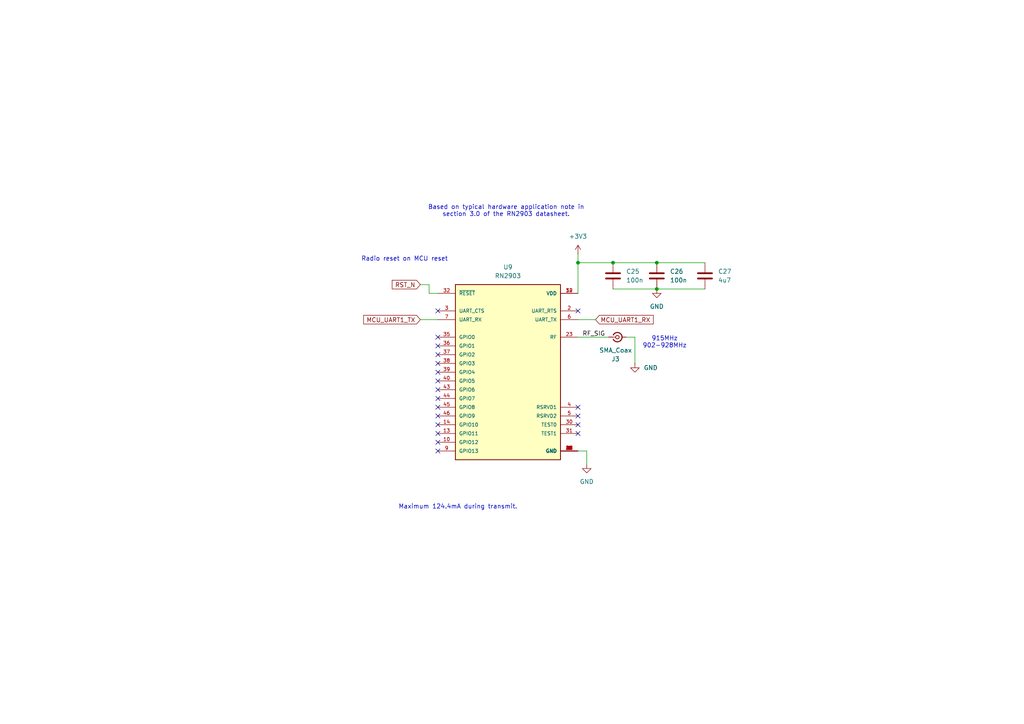
<source format=kicad_sch>
(kicad_sch (version 20231120) (generator "eeschema") (generator_version "8.0")
  (paper "A4")
  (title_block (title "Pygmy") (date "2024-11-10") (rev "A") (company "Matteo Golin"))
  (lib_symbols
    (symbol "Connector:Conn_Coaxial_Small" (pin_numbers hide) (pin_names (offset 1.016) hide)
      (property "Reference" "J" (at 0.254 3.048 0))
      (property "Value" "Conn_Coaxial_Small" (at 0 -3.81 0))
      (symbol "Conn_Coaxial_Small_0_1"
        (polyline (pts (xy -2.54 0) (xy -0.508 0)))
        (circle (center 0 0) (radius 0.508) (stroke (width 0.2032)))
      )
      (symbol "Conn_Coaxial_Small_1_1"
        (arc (start -1.1916 -0.6311) (mid 0.327 -1.3081) (end 1.3484 0.0039) (stroke (width 0.3048)))
        (arc (start 1.3484 -0.0039) (mid 0.327 1.3081) (end -1.1916 0.6311) (stroke (width 0.3048)))
        (pin passive line (at -2.54 0 0) (length 1.27) (name "In") (number "1"))
        (pin passive line (at 2.54 0 180) (length 1.27) (name "Ext") (number "2"))
      )
    )
    (symbol "Device:C" (pin_numbers hide) (pin_names (offset 0.254))
      (property "Reference" "C" (at 0.635 2.54 0))
      (property "Value" "C" (at 0.635 -2.54 0))
      (symbol "C_0_1"
        (polyline (pts (xy -2.032 -0.762) (xy 2.032 -0.762)) (stroke (width 0.508)))
        (polyline (pts (xy -2.032 0.762) (xy 2.032 0.762)) (stroke (width 0.508)))
      )
      (symbol "C_1_1"
        (pin passive line (at 0 3.81 270) (length 2.794) (name "~") (number "1"))
        (pin passive line (at 0 -3.81 90) (length 2.794) (name "~") (number "2"))
      )
    )
    (symbol "RN2903:RN2903-I_RM095" (pin_names (offset 1.016))
      (property "Reference" "U" (at -15.2553 25.4255 0))
      (property "Value" "RN2903-I_RM095" (at -15.2448 -27.9488 0))
      (symbol "RN2903-I_RM095_0_0"
        (rectangle (start -15.24 -25.4) (end 15.24 25.4) (stroke (width 0.254)) (fill (type background)))
        (pin power_in line (at 20.32 -22.86 180) (length 5.08) (name "GND") (number "1"))
        (pin bidirectional line (at -20.32 -20.32 0) (length 5.08) (name "GPIO12") (number "10"))
        (pin power_in line (at 20.32 -22.86 180) (length 5.08) (name "GND") (number "11"))
        (pin power_in line (at 20.32 22.86 180) (length 5.08) (name "VDD") (number "12"))
        (pin bidirectional line (at -20.32 -17.78 0) (length 5.08) (name "GPIO11") (number "13"))
        (pin bidirectional line (at -20.32 -15.24 0) (length 5.08) (name "GPIO10") (number "14"))
        (pin output line (at 20.32 17.78 180) (length 5.08) (name "UART_RTS") (number "2"))
        (pin power_in line (at 20.32 -22.86 180) (length 5.08) (name "GND") (number "20"))
        (pin power_in line (at 20.32 -22.86 180) (length 5.08) (name "GND") (number "21"))
        (pin power_in line (at 20.32 -22.86 180) (length 5.08) (name "GND") (number "22"))
        (pin passive line (at 20.32 10.16 180) (length 5.08) (name "RF") (number "23"))
        (pin power_in line (at 20.32 -22.86 180) (length 5.08) (name "GND") (number "24"))
        (pin power_in line (at 20.32 -22.86 180) (length 5.08) (name "GND") (number "26"))
        (pin power_in line (at 20.32 -22.86 180) (length 5.08) (name "GND") (number "27"))
        (pin power_in line (at 20.32 -22.86 180) (length 5.08) (name "GND") (number "28"))
        (pin input line (at -20.32 17.78 0) (length 5.08) (name "UART_CTS") (number "3"))
        (pin passive line (at 20.32 -15.24 180) (length 5.08) (name "TEST0") (number "30"))
        (pin passive line (at 20.32 -17.78 180) (length 5.08) (name "TEST1") (number "31"))
        (pin input line (at -20.32 22.86 0) (length 5.08) (name "~{RESET}") (number "32"))
        (pin power_in line (at 20.32 -22.86 180) (length 5.08) (name "GND") (number "33"))
        (pin power_in line (at 20.32 22.86 180) (length 5.08) (name "VDD") (number "34"))
        (pin bidirectional line (at -20.32 10.16 0) (length 5.08) (name "GPIO0") (number "35"))
        (pin bidirectional line (at -20.32 7.62 0) (length 5.08) (name "GPIO1") (number "36"))
        (pin bidirectional line (at -20.32 5.08 0) (length 5.08) (name "GPIO2") (number "37"))
        (pin bidirectional line (at -20.32 2.54 0) (length 5.08) (name "GPIO3") (number "38"))
        (pin bidirectional line (at -20.32 0 0) (length 5.08) (name "GPIO4") (number "39"))
        (pin passive line (at 20.32 -10.16 180) (length 5.08) (name "RSRVD1") (number "4"))
        (pin bidirectional line (at -20.32 -2.54 0) (length 5.08) (name "GPIO5") (number "40"))
        (pin power_in line (at 20.32 -22.86 180) (length 5.08) (name "GND") (number "41"))
        (pin bidirectional line (at -20.32 -5.08 0) (length 5.08) (name "GPIO6") (number "43"))
        (pin bidirectional line (at -20.32 -7.62 0) (length 5.08) (name "GPIO7") (number "44"))
        (pin bidirectional line (at -20.32 -10.16 0) (length 5.08) (name "GPIO8") (number "45"))
        (pin bidirectional line (at -20.32 -12.7 0) (length 5.08) (name "GPIO9") (number "46"))
        (pin power_in line (at 20.32 -22.86 180) (length 5.08) (name "GND") (number "47"))
        (pin passive line (at 20.32 -12.7 180) (length 5.08) (name "RSRVD2") (number "5"))
        (pin output line (at 20.32 15.24 180) (length 5.08) (name "UART_TX") (number "6"))
        (pin input line (at -20.32 15.24 0) (length 5.08) (name "UART_RX") (number "7"))
        (pin power_in line (at 20.32 -22.86 180) (length 5.08) (name "GND") (number "8"))
        (pin bidirectional line (at -20.32 -22.86 0) (length 5.08) (name "GPIO13") (number "9"))
      )
    )
    (symbol "power:+3.3V" (power) (pin_numbers hide) (pin_names (offset 0) hide)
      (property "Value" "+3.3V" (at 0 3.556 0))
      (symbol "+3.3V_0_1"
        (polyline (pts (xy -0.762 1.27) (xy 0 2.54)))
        (polyline (pts (xy 0 0) (xy 0 2.54)))
        (polyline (pts (xy 0 2.54) (xy 0.762 1.27)))
      )
      (symbol "+3.3V_1_1"
        (pin power_in line (at 0 0 90) (length 0) (name "~") (number "1"))
      )
    )
    (symbol "power:GND" (power) (pin_numbers hide) (pin_names (offset 0) hide)
      (property "Value" "GND" (at 0 -3.81 0))
      (symbol "GND_0_1"
        (polyline (pts (xy 0 0) (xy 0 -1.27) (xy 1.27 -1.27) (xy 0 -2.54) (xy -1.27 -1.27) (xy 0 -1.27)))
      )
      (symbol "GND_1_1"
        (pin power_in line (at 0 0 270) (length 0) (name "~") (number "1"))
      )
    )
  )
  (junction (at 167.64 76.2))
  (junction (at 190.5 83.82))
  (junction (at 177.8 76.2))
  (junction (at 190.5 76.2))
  (no_connect (at 127 115.57))
  (no_connect (at 167.64 118.11))
  (no_connect (at 127 105.41))
  (no_connect (at 167.64 90.17))
  (no_connect (at 127 97.79))
  (no_connect (at 127 102.87))
  (no_connect (at 127 110.49))
  (no_connect (at 127 130.81))
  (no_connect (at 167.64 125.73))
  (no_connect (at 127 100.33))
  (no_connect (at 127 123.19))
  (no_connect (at 127 90.17))
  (no_connect (at 127 120.65))
  (no_connect (at 167.64 123.19))
  (no_connect (at 127 118.11))
  (no_connect (at 127 107.95))
  (no_connect (at 127 125.73))
  (no_connect (at 127 113.03))
  (no_connect (at 167.64 120.65))
  (no_connect (at 127 128.27))
  (wire (pts (xy 121.92 82.55) (xy 124.46 82.55)))
  (wire (pts (xy 172.72 92.71) (xy 167.64 92.71)))
  (wire (pts (xy 184.15 97.79) (xy 184.15 105.41)))
  (wire (pts (xy 177.8 76.2) (xy 190.5 76.2)))
  (wire (pts (xy 167.64 76.2) (xy 177.8 76.2)))
  (wire (pts (xy 177.8 83.82) (xy 190.5 83.82)))
  (wire (pts (xy 124.46 85.09) (xy 127 85.09)))
  (wire (pts (xy 170.18 134.62) (xy 170.18 130.81)))
  (wire (pts (xy 167.64 130.81) (xy 170.18 130.81)))
  (wire (pts (xy 121.92 92.71) (xy 127 92.71)))
  (wire (pts (xy 190.5 83.82) (xy 204.47 83.82)))
  (wire (pts (xy 190.5 76.2) (xy 204.47 76.2)))
  (wire (pts (xy 176.53 97.79) (xy 167.64 97.79)))
  (wire (pts (xy 167.64 73.66) (xy 167.64 76.2)))
  (wire (pts (xy 184.15 97.79) (xy 181.61 97.79)))
  (wire (pts (xy 167.64 76.2) (xy 167.64 85.09)))
  (wire (pts (xy 124.46 82.55) (xy 124.46 85.09)))
  (text "915MHz\n902-928MHz\n" (at 192.786 99.314 0) (effects (font (size 1.27 1.27))))
  (text "Radio reset on MCU reset" (at 117.348 75.184 0) (effects (font (size 1.27 1.27))))
  (text "Maximum 124.4mA during transmit." (at 132.842 147.066 0) (effects (font (size 1.27 1.27))))
  (text "Based on typical hardware application note in\nsection 3.0 of the RN2903 datasheet." (at 146.812 61.214 0) (effects (font (size 1.27 1.27))))
  (label "RF_SIG" (at 168.91 97.79 0))
  (global_label "MCU_UART1_TX" (shape input) (at 121.92 92.71 180) (property "Intersheetrefs" "${INTERSHEET_REFS}" (effects (hide yes))))
  (global_label "RST_N" (shape input) (at 121.92 82.55 180) (property "Intersheetrefs" "${INTERSHEET_REFS}" (effects (hide yes))))
  (global_label "MCU_UART1_RX" (shape input) (at 172.72 92.71 0) (property "Intersheetrefs" "${INTERSHEET_REFS}" (effects (hide yes))))
  (symbol (lib_id "power:GND") (at 184.15 105.41 0) (unit 1)
    (property "Reference" "#PWR059" (effects (hide yes)))
    (property "Value" "GND" (at 186.69 106.6799 0) (effects (justify left)))
    (property "Description" "Power symbol creates a global label with name \"GND\" , ground" (effects (hide yes)))
  )
  (symbol (lib_id "Device:C") (at 204.47 80.01 0) (unit 1)
    (property "Reference" "C27" (at 208.28 78.7399 0) (effects (justify left)))
    (property "Value" "4u7" (at 208.28 81.2799 0) (effects (justify left)))
    (property "Footprint" "Capacitor_SMD:C_0603_1608Metric" (effects (hide yes)))
    (property "Datasheet" "https://product.tdk.com/system/files/dam/doc/product/capacitor/ceramic/mlcc/catalog/mlcc_automotive_general_en.pdf?ref_disty=mouser" (effects (hide yes)))
    (property "Description" "Unpolarized capacitor" (effects (hide yes)))
    (property "MP" "CGA3E1X5R0J475K080AC" (effects (hide yes)))
  )
  (symbol (lib_id "Device:C") (at 177.8 80.01 0) (unit 1)
    (property "Reference" "C25" (at 181.61 78.7399 0) (effects (justify left)))
    (property "Value" "100n" (at 181.61 81.2799 0) (effects (justify left)))
    (property "Footprint" "Capacitor_SMD:C_0402_1005Metric" (effects (hide yes)))
    (property "Datasheet" "https://www.mouser.ca/datasheet/2/281/1/GRM155R61A104KA01_02A-1983866.pdf" (effects (hide yes)))
    (property "Description" "Unpolarized capacitor" (effects (hide yes)))
    (property "MP" "GRM155R61A104KA01J " (effects (hide yes)))
  )
  (symbol (lib_id "RN2903:RN2903-I_RM095") (at 147.32 107.95 0) (unit 1)
    (property "Reference" "U9" (at 147.32 77.47 0))
    (property "Value" "RN2903" (at 147.32 80.01 0))
    (property "Footprint" "RF_Module:RN2903" (effects (hide yes)))
    (property "Datasheet" "https://www.mouser.ca/datasheet/2/268/RN2903_Low_Power_Long_Range_LoRa_Technology_Transc-3444753.pdf" (effects (hide yes)))
    (property "MF" "Microchip" (effects (hide yes)))
    (property "Description_1" "\n                        \n                            General ISM < 1GHz LoRa™ Transceiver Module 915MHz Antenna Not Included, SMA Surface Mount\n                        \n" (effects (hide yes)))
    (property "Package" "Module Microchip" (effects (hide yes)))
    (property "Price" "None" (effects (hide yes)))
    (property "Check_prices" "https://www.snapeda.com/parts/RN2903-I/RM095/Microchip/view-part/?ref=eda" (effects (hide yes)))
    (property "SnapEDA_Link" "https://www.snapeda.com/parts/RN2903-I/RM095/Microchip/view-part/?ref=snap" (effects (hide yes)))
    (property "MP" "RN2903A-I/RMSA103" (effects (hide yes)))
    (property "Availability" "In Stock" (effects (hide yes)))
    (property "MANUFACTURER" "Microchip" (effects (hide yes)))
  )
  (symbol (lib_id "Connector:Conn_Coaxial_Small") (at 179.07 97.79 0) (unit 1)
    (property "Reference" "J3" (at 178.5505 104.14 0))
    (property "Value" "SMA_Coax" (at 178.5505 101.6 0))
    (property "Footprint" "Connector_Coaxial:SMA_Molex_73251-1153_EdgeMount_Horizontal" (effects (hide yes)))
    (property "Datasheet" "https://www.mouser.ca/datasheet/2/418/9/ENG_CD_2484637_A-3480023.pdf" (effects (hide yes)))
    (property "Description" "small coaxial connector (BNC, SMA, SMB, SMC, Cinch/RCA, LEMO, ...)" (effects (hide yes)))
    (property "MP" "2484637-1" (effects (hide yes)))
  )
  (symbol (lib_id "Device:C") (at 190.5 80.01 0) (unit 1)
    (property "Reference" "C26" (at 194.31 78.7399 0) (effects (justify left)))
    (property "Value" "100n" (at 194.31 81.2799 0) (effects (justify left)))
    (property "Footprint" "Capacitor_SMD:C_0402_1005Metric" (effects (hide yes)))
    (property "Datasheet" "https://www.mouser.ca/datasheet/2/281/1/GRM155R61A104KA01_02A-1983866.pdf" (effects (hide yes)))
    (property "Description" "Unpolarized capacitor" (effects (hide yes)))
    (property "MP" "GRM155R61A104KA01J " (effects (hide yes)))
  )
  (symbol (lib_id "power:GND") (at 170.18 134.62 0) (unit 1)
    (property "Reference" "#PWR060" (effects (hide yes)))
    (property "Value" "GND" (at 170.18 139.7 0))
    (property "Description" "Power symbol creates a global label with name \"GND\" , ground" (effects (hide yes)))
  )
  (symbol (lib_id "power:GND") (at 190.5 83.82 0) (unit 1)
    (property "Reference" "#PWR058" (effects (hide yes)))
    (property "Value" "GND" (at 190.5 88.9 0))
    (property "Description" "Power symbol creates a global label with name \"GND\" , ground" (effects (hide yes)))
  )
  (symbol (lib_id "power:+3.3V") (at 167.64 73.66 0) (unit 1)
    (property "Reference" "#PWR057" (effects (hide yes)))
    (property "Value" "+3V3" (at 167.64 68.58 0))
    (property "Description" "Power symbol creates a global label with name \"+3.3V\"" (effects (hide yes)))
  )
)
</source>
